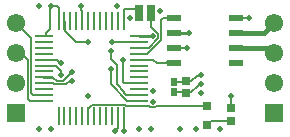
<source format=gbr>
%TF.GenerationSoftware,Altium Limited,Altium Designer,19.1.7 (138)*%
G04 Layer_Physical_Order=1*
G04 Layer_Color=255*
%FSLAX26Y26*%
%MOIN*%
%TF.FileFunction,Copper,L1,Top,Signal*%
%TF.Part,Single*%
G01*
G75*
%TA.AperFunction,SMDPad,CuDef*%
%ADD10R,0.029528X0.025591*%
%ADD11R,0.031496X0.031496*%
%ADD12O,0.061024X0.009842*%
%ADD13O,0.009842X0.061024*%
%ADD14R,0.024409X0.025984*%
%ADD15R,0.028346X0.029921*%
G04:AMPARAMS|DCode=16|XSize=21.654mil|YSize=49.213mil|CornerRadius=1.949mil|HoleSize=0mil|Usage=FLASHONLY|Rotation=90.000|XOffset=0mil|YOffset=0mil|HoleType=Round|Shape=RoundedRectangle|*
%AMROUNDEDRECTD16*
21,1,0.021654,0.045315,0,0,90.0*
21,1,0.017756,0.049213,0,0,90.0*
1,1,0.003898,0.022657,0.008878*
1,1,0.003898,0.022657,-0.008878*
1,1,0.003898,-0.022657,-0.008878*
1,1,0.003898,-0.022657,0.008878*
%
%ADD16ROUNDEDRECTD16*%
%TA.AperFunction,Conductor*%
%ADD17C,0.005000*%
%ADD18C,0.010000*%
%ADD19C,0.015000*%
%ADD20R,0.028131X0.052804*%
%TA.AperFunction,ComponentPad*%
%ADD21C,0.061024*%
%ADD22R,0.061024X0.061024*%
%TA.AperFunction,ViaPad*%
%ADD23C,0.020000*%
D10*
X1785000Y1091654D02*
D03*
Y1048347D02*
D03*
D11*
X1705000Y1035000D02*
D03*
Y1097992D02*
D03*
D12*
X1161535Y1330748D02*
D03*
Y1311063D02*
D03*
Y1291378D02*
D03*
Y1271693D02*
D03*
Y1252008D02*
D03*
Y1232323D02*
D03*
Y1212638D02*
D03*
Y1192953D02*
D03*
Y1173268D02*
D03*
Y1153583D02*
D03*
Y1133898D02*
D03*
Y1114213D02*
D03*
X1478465D02*
D03*
Y1133898D02*
D03*
Y1153583D02*
D03*
Y1173268D02*
D03*
Y1192953D02*
D03*
Y1212638D02*
D03*
Y1232323D02*
D03*
Y1252008D02*
D03*
Y1271693D02*
D03*
Y1291378D02*
D03*
Y1311063D02*
D03*
Y1330748D02*
D03*
D13*
X1211732Y1064016D02*
D03*
X1231417D02*
D03*
X1251102D02*
D03*
X1270787D02*
D03*
X1290472D02*
D03*
X1310157D02*
D03*
X1329842D02*
D03*
X1349527D02*
D03*
X1369213D02*
D03*
X1388898D02*
D03*
X1408583D02*
D03*
X1428268D02*
D03*
Y1380945D02*
D03*
X1408583D02*
D03*
X1388898D02*
D03*
X1369213D02*
D03*
X1349527D02*
D03*
X1329842D02*
D03*
X1310157D02*
D03*
X1290472D02*
D03*
X1270787D02*
D03*
X1251102D02*
D03*
X1231417D02*
D03*
X1211732D02*
D03*
D14*
X1595000Y1142677D02*
D03*
Y1177323D02*
D03*
D15*
X1635000Y1140709D02*
D03*
Y1179291D02*
D03*
D16*
X1801693Y1290000D02*
D03*
Y1340000D02*
D03*
Y1240000D02*
D03*
Y1390000D02*
D03*
X1595000Y1240000D02*
D03*
Y1290000D02*
D03*
Y1340000D02*
D03*
Y1390000D02*
D03*
D17*
X1184291Y1353504D02*
Y1429291D01*
X1185000Y1430000D01*
X1171028Y1340240D02*
X1184291Y1353504D01*
X1171028Y1332985D02*
Y1340240D01*
X1168791Y1330748D02*
X1171028Y1332985D01*
X1161535Y1330748D02*
X1168791D01*
X1391063Y1311063D02*
X1478465D01*
X1231815Y1348185D02*
X1270000Y1310000D01*
X1310000D01*
X1231815Y1348185D02*
Y1380548D01*
X1231417Y1380945D02*
X1231815Y1380548D01*
X1185000Y1430000D02*
X1205000D01*
X1211732Y1423268D01*
Y1380945D02*
Y1423268D01*
X1537741Y1097992D02*
X1705000D01*
X1532249Y1092500D02*
X1537741Y1097992D01*
X1517751Y1092500D02*
X1532249D01*
X1512259Y1097992D02*
X1517751Y1092500D01*
X1437448Y1097992D02*
X1512259D01*
X1433413Y1102027D02*
X1437448Y1097992D01*
X1801693Y1390000D02*
X1845000D01*
X1595000Y1290000D02*
X1640000D01*
X1785000Y1091654D02*
Y1130000D01*
X1654291Y1179291D02*
X1672626Y1197626D01*
X1682626D01*
X1685000Y1200000D01*
X1635000Y1179291D02*
X1654291D01*
X1633032Y1177323D02*
X1635000Y1179291D01*
X1595000Y1177323D02*
X1633032D01*
Y1142677D02*
X1635000Y1140709D01*
X1595000Y1142677D02*
X1633032D01*
X1653744Y1143744D02*
X1675126Y1165126D01*
X1676067D01*
X1680941Y1170000D01*
X1685000D01*
X1638036Y1143744D02*
X1653744D01*
X1635000Y1140709D02*
X1638036Y1143744D01*
X1313889Y1092028D02*
X1314698D01*
X1310157Y1088296D02*
X1313889Y1092028D01*
X1310157Y1064016D02*
Y1088296D01*
X1314698Y1092028D02*
X1324697Y1102027D01*
X1433413D01*
X1705000Y1035000D02*
X1718347Y1048347D01*
X1785000D01*
X1287870Y1418853D02*
X1290472Y1416251D01*
Y1380945D02*
Y1416251D01*
X1287870Y1418853D02*
Y1427130D01*
X1285000Y1430000D02*
X1287870Y1427130D01*
X1070000Y1375000D02*
X1120000Y1325000D01*
Y1140000D02*
Y1325000D01*
Y1140000D02*
X1126102Y1133898D01*
X1085000Y1275000D02*
X1110000Y1250000D01*
Y1120000D02*
Y1250000D01*
Y1120000D02*
X1115787Y1114213D01*
X1161535D01*
X1126102Y1133898D02*
X1161535D01*
Y1232323D02*
X1202677D01*
X1220000Y1215000D01*
Y1200000D02*
Y1215000D01*
X1235000Y1170000D02*
X1242626Y1177626D01*
X1252626D01*
X1255000Y1180000D01*
X1197960Y1170000D02*
X1235000D01*
X1193980Y1173980D02*
X1197960Y1170000D01*
X1162248Y1173980D02*
X1193980D01*
X1161535Y1173268D02*
X1162248Y1173980D01*
X1192974Y1192026D02*
X1205000Y1180000D01*
X1225000D01*
X1255000Y1210000D01*
X1162462Y1192026D02*
X1192974D01*
X1161535Y1192953D02*
X1162462Y1192026D01*
X1429194Y1015806D02*
X1430000Y1015000D01*
X1429194Y1015806D02*
Y1063089D01*
X1428268Y1064016D02*
X1429194Y1063089D01*
X1400000Y1016846D02*
X1408583Y1025429D01*
X1400000Y1015000D02*
Y1016846D01*
X1408583Y1025429D02*
Y1064016D01*
X1207992Y1252008D02*
X1220000Y1240000D01*
X1161535Y1252008D02*
X1207992D01*
X1429661Y1173268D02*
X1478465D01*
X1425000Y1177929D02*
X1429661Y1173268D01*
X1425000Y1177929D02*
Y1250000D01*
X1405000Y1170000D02*
X1430000Y1145000D01*
Y1140000D02*
Y1145000D01*
X1385000Y1255000D02*
X1405000Y1235000D01*
Y1170000D02*
Y1235000D01*
X1385000Y1255000D02*
Y1280000D01*
X1440787Y1114213D02*
X1478465D01*
X1385000Y1170000D02*
X1440787Y1114213D01*
X1385000Y1170000D02*
Y1220000D01*
X1430000Y1140000D02*
X1436102Y1133898D01*
X1478465D01*
X1070000Y1275000D02*
X1085000D01*
X1572894Y1240000D02*
Y1248327D01*
X1540000Y1240000D02*
X1572894D01*
X1527992Y1252008D02*
X1540000Y1240000D01*
X1478465Y1252008D02*
X1527992D01*
X1581220Y1240000D02*
X1595000D01*
X1572894Y1248327D02*
X1581220Y1240000D01*
X1552500Y1382500D02*
X1560000Y1390000D01*
X1595000D01*
X1552500Y1318358D02*
Y1382500D01*
X1508256Y1274114D02*
X1552500Y1318358D01*
X1507787Y1274114D02*
X1508256D01*
X1505365Y1271693D02*
X1507787Y1274114D01*
X1478465Y1271693D02*
X1505365D01*
X1542500Y1322500D02*
Y1337500D01*
X1511500Y1291500D02*
X1542500Y1322500D01*
X1478586Y1291500D02*
X1511500D01*
X1520000Y1360000D02*
Y1385000D01*
Y1360000D02*
X1542500Y1337500D01*
X1478465Y1291378D02*
X1478586Y1291500D01*
X1431197Y1420000D02*
X1480000D01*
X1428268Y1417071D02*
X1431197Y1420000D01*
X1428268Y1380945D02*
Y1417071D01*
D18*
X1595000Y1340000D02*
X1645000D01*
X1524252Y1330748D02*
X1525000Y1330000D01*
X1478465Y1330748D02*
X1524252D01*
D19*
X1801693Y1290000D02*
X1902546D01*
X1917546Y1275000D01*
X1930000D01*
X1895000Y1340000D02*
X1930000Y1375000D01*
X1801693Y1340000D02*
X1895000D01*
D20*
X1479596Y1408598D02*
D03*
X1520935D02*
D03*
D21*
X1070000Y1175000D02*
D03*
X1930000D02*
D03*
Y1275000D02*
D03*
Y1375000D02*
D03*
X1070000Y1275000D02*
D03*
Y1375000D02*
D03*
D22*
X1930000Y1075000D02*
D03*
X1070000D02*
D03*
D23*
X1391063Y1311063D02*
D03*
X1310000Y1310000D02*
D03*
Y1130000D02*
D03*
X1525250Y1147323D02*
D03*
X1525000Y1110000D02*
D03*
X1845000Y1390000D02*
D03*
X1645000Y1340000D02*
D03*
X1640000Y1290000D02*
D03*
X1550000Y1415000D02*
D03*
X1450000Y1390000D02*
D03*
X1405000Y1430000D02*
D03*
X1185000D02*
D03*
X1145000D02*
D03*
Y1020000D02*
D03*
X1185000D02*
D03*
X1480000D02*
D03*
X1520000D02*
D03*
X1615000D02*
D03*
X1670000D02*
D03*
X1750000D02*
D03*
X1785000Y1130000D02*
D03*
X1685000Y1200000D02*
D03*
Y1170000D02*
D03*
Y1140000D02*
D03*
X1285000Y1430000D02*
D03*
X1255000Y1180000D02*
D03*
Y1210000D02*
D03*
X1430000Y1015000D02*
D03*
X1400000D02*
D03*
X1220000Y1200000D02*
D03*
Y1240000D02*
D03*
X1385000Y1220000D02*
D03*
X1425000Y1250000D02*
D03*
X1385000Y1280000D02*
D03*
X1525000Y1330000D02*
D03*
%TF.MD5,63293362c1f10a57643f7ce74c4b6efb*%
M02*

</source>
